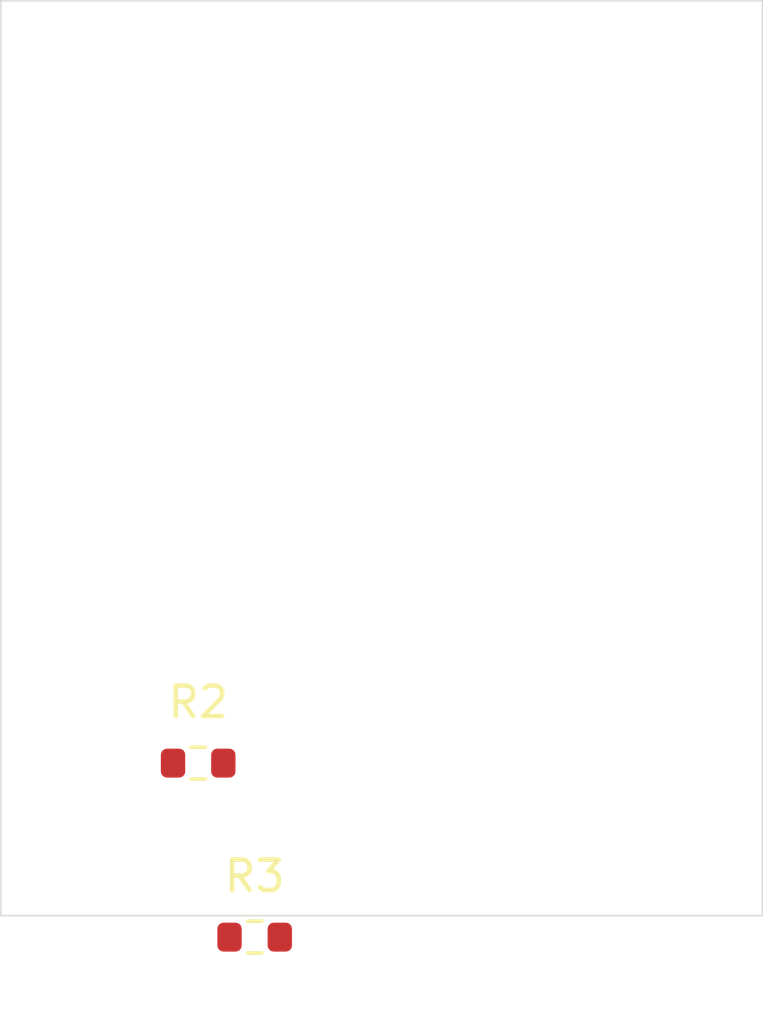
<source format=kicad_pcb>
(kicad_pcb (version 20241229) (generator "pcbnew") (generator_version "9.0")
  (layers (0 "F.Cu" signal) (2 "B.Cu" signal) (13 "F.Paste" user) (15 "B.Paste" user) (5 "F.SilkS" user "F.Silkscreen") (7 "B.SilkS" user "B.Silkscreen") (1 "F.Mask" user) (3 "B.Mask" user) (25 "Edge.Cuts" user))
  (net 0 "")
  (net 1 "VIN")
  (net 2 "GND")
  (footprint "Resistor_SMD:R_0603_1608Metric" (layer "F.Cu") (at 6.479999999999997 25.0)
    (property "Reference" "R2" (at 0 -2 0) (layer "F.SilkS") (effects (font (size 1.0 1.0))))
    (property "Value" "10k")
    (fp_line (start -0.237258 -0.5225) (end 0.237258 -0.5225) (stroke (width 0.12)) (layer "F.SilkS"))
    (fp_line (start -0.237258 0.5225) (end 0.237258 0.5225) (stroke (width 0.12)) (layer "F.SilkS"))
    (pad "1" smd roundrect (at -0.825 0.0) (size 0.8 0.95) (layers "F.Cu" "F.Mask" "F.Paste") (net 1 "VIN"))
    (pad "2" smd roundrect (at 0.825 0.0) (size 0.8 0.95) (layers "F.Cu" "F.Mask" "F.Paste") (net 2 "GND"))
  )
  (footprint "Resistor_SMD:R_0603_1608Metric" (layer "F.Cu") (at 8.334101966249682 30.706339097770922)
    (property "Reference" "R3" (at 0 -2 0) (layer "F.SilkS") (effects (font (size 1.0 1.0))))
    (property "Value" "10k")
    (fp_line (start -0.237258 -0.5225) (end 0.237258 -0.5225) (stroke (width 0.12)) (layer "F.SilkS"))
    (fp_line (start -0.237258 0.5225) (end 0.237258 0.5225) (stroke (width 0.12)) (layer "F.SilkS"))
    (pad "1" smd roundrect (at -0.825 0.0) (size 0.8 0.95) (layers "F.Cu" "F.Mask" "F.Paste") (net 1 "VIN"))
    (pad "2" smd roundrect (at 0.825 0.0) (size 0.8 0.95) (layers "F.Cu" "F.Mask" "F.Paste") (net 2 "GND"))
  )
  (gr_rect (start 0 0) (end 25.0 30.0) (stroke (width 0.05)) (fill no) (layer "Edge.Cuts"))
)
</source>
